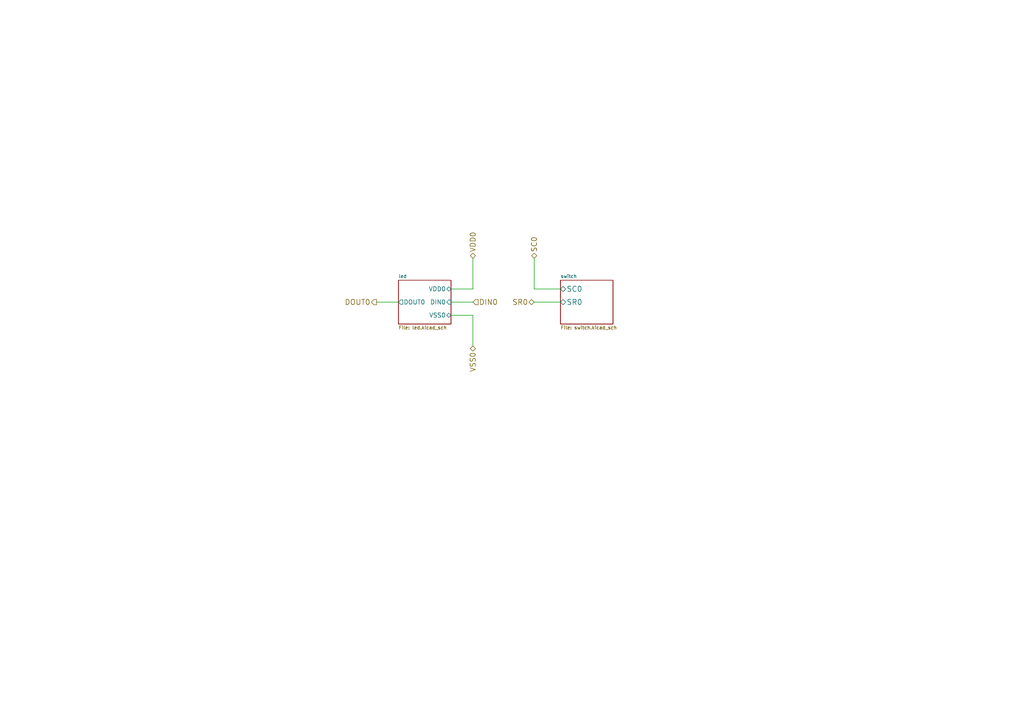
<source format=kicad_sch>
(kicad_sch (version 20211123) (generator eeschema)
  (paper "A4")
  (title_block (date "15 sep 2015"))
  (lib_symbols)
  (wire (pts (xy 130.81 87.63) (xy 137.16 87.63)))
  (wire (pts (xy 137.16 91.44) (xy 137.16 100.33)))
  (wire (pts (xy 130.81 91.44) (xy 137.16 91.44)))
  (wire (pts (xy 162.56 83.82) (xy 154.94 83.82)))
  (wire (pts (xy 130.81 83.82) (xy 137.16 83.82)))
  (wire (pts (xy 137.16 83.82) (xy 137.16 74.93)))
  (wire (pts (xy 154.94 83.82) (xy 154.94 74.93)))
  (wire (pts (xy 162.56 87.63) (xy 154.94 87.63)))
  (wire (pts (xy 115.57 87.63) (xy 109.22 87.63)))
  (hierarchical_label "VSS0" (shape bidirectional) (at 137.16 100.33 270) (effects (font (size 1.524 1.524))))
  (hierarchical_label "SR0" (shape bidirectional) (at 154.94 87.63 180) (effects (font (size 1.524 1.524))))
  (hierarchical_label "VDD0" (shape bidirectional) (at 137.16 74.93 90) (effects (font (size 1.524 1.524))))
  (hierarchical_label "DIN0" (shape input) (at 137.16 87.63 0) (effects (font (size 1.524 1.524))))
  (hierarchical_label "DOUT0" (shape output) (at 109.22 87.63 180) (effects (font (size 1.524 1.524))))
  (hierarchical_label "SC0" (shape bidirectional) (at 154.94 74.93 90) (effects (font (size 1.524 1.524))))
  (sheet (at 115.57 81.28) (size 15.24 12.7)
    (property "Sheet name" "led" (at 115.57 80.7081 0) (effects (font (size 0.9906 0.9906)) (justify left bottom)))
    (property "Sheet file" "led.kicad_sch" (at 115.57 94.4528 0) (effects (font (size 0.9906 0.9906)) (justify left top)))
    (pin "VDD0" bidirectional (at 130.81 83.82 0))
    (pin "DIN0" input (at 130.81 87.63 0))
    (pin "VSS0" bidirectional (at 130.81 91.44 0))
    (pin "DOUT0" output (at 115.57 87.63 180))
  )
  (sheet (at 162.56 81.28) (size 15.24 12.7)
    (property "Sheet name" "switch" (at 162.56 80.7081 0) (effects (font (size 0.9906 0.9906)) (justify left bottom)))
    (property "Sheet file" "switch.kicad_sch" (at 162.56 94.4528 0) (effects (font (size 0.9906 0.9906)) (justify left top)))
    (pin "SC0" bidirectional (at 162.56 83.82 180) (effects (font (size 1.524 1.524))))
    (pin "SR0" bidirectional (at 162.56 87.63 180) (effects (font (size 1.524 1.524))))
  )
)
</source>
